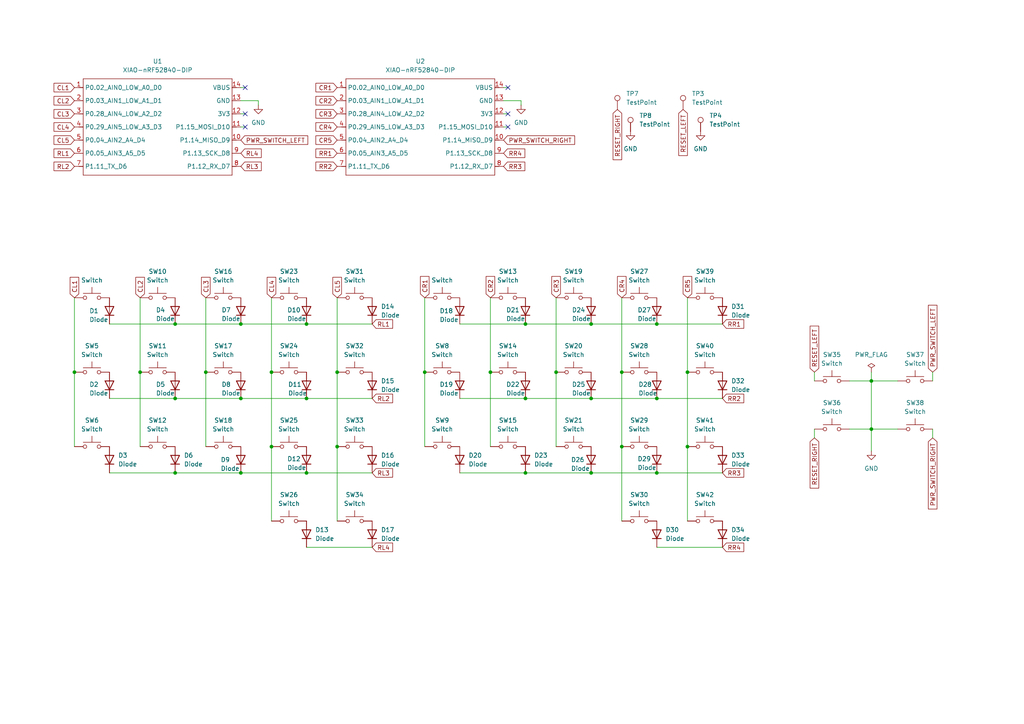
<source format=kicad_sch>
(kicad_sch (version 20250114) (generator "eeschema") (generator_version "9.0")
  (paper "A4")
  (lib_symbols
    (symbol "Connector:TestPoint" (pin_numbers (hide yes)) (pin_names (offset 0.762) (hide yes))
      (property "Reference" "TP" (at 0 6.858 0))
      (property "Value" "TestPoint" (at 0 5.08 0))
      (symbol "TestPoint_0_1"
        (circle (center 0 3.302) (radius 0.762))
      )
      (symbol "TestPoint_1_1"
        (pin passive line (at 0 0 90) (length 2.54) (name "1") (number "1"))
      )
    )
    (symbol "ScottoKeebs:Placeholder_Diode" (pin_numbers (hide yes)) (pin_names (hide yes))
      (property "Reference" "D" (at 0 2.54 0))
      (property "Value" "Diode" (at 0 -2.54 0))
      (symbol "Placeholder_Diode_0_1"
        (polyline (pts (xy -1.27 1.27) (xy -1.27 -1.27)) (stroke (width 0.254)))
        (polyline (pts (xy 1.27 1.27) (xy 1.27 -1.27) (xy -1.27 0) (xy 1.27 1.27)) (stroke (width 0.254)))
        (polyline (pts (xy 1.27 0) (xy -1.27 0)))
      )
      (symbol "Placeholder_Diode_1_1"
        (pin passive line (at -3.81 0 0) (length 2.54) (name "K") (number "1"))
        (pin passive line (at 3.81 0 180) (length 2.54) (name "A") (number "2"))
      )
    )
    (symbol "ScottoKeebs:Placeholder_Switch" (pin_numbers (hide yes)) (pin_names (offset 1.016) (hide yes))
      (property "Reference" "SW" (at 1.27 2.54 0))
      (property "Value" "Switch" (at 0 -1.524 0))
      (symbol "Placeholder_Switch_0_1"
        (circle (center -2.032 0) (radius 0.508))
        (polyline (pts (xy 0 1.27) (xy 0 3.048)))
        (circle (center 2.032 0) (radius 0.508))
        (polyline (pts (xy 2.54 1.27) (xy -2.54 1.27)))
        (pin passive line (at -5.08 0 0) (length 2.54) (name "1") (number "1"))
        (pin passive line (at 5.08 0 180) (length 2.54) (name "2") (number "2"))
      )
    )
    (symbol "Seeed Studio XIAO:XIAO-nRF52840-DIP"
      (property "Reference" "U" (at -3.048 1.778 0))
      (property "Value" "XIAO-nRF52840-DIP" (at 3.048 -0.254 0))
      (symbol "XIAO-nRF52840-DIP_1_0"
        (polyline (pts (xy -3.81 -1.27) (xy 39.37 -1.27)) (stroke (width 0.1524)))
        (polyline (pts (xy -3.81 -3.81) (xy -5.08 -3.81)) (stroke (width 0.1524)))
        (polyline (pts (xy -3.81 -3.81) (xy -3.81 -1.27)) (stroke (width 0.1524)))
        (polyline (pts (xy -3.81 -7.62) (xy -5.08 -7.62)) (stroke (width 0.1524)))
        (polyline (pts (xy -3.81 -7.62) (xy -3.81 -3.81)) (stroke (width 0.1524)))
        (polyline (pts (xy -3.81 -11.43) (xy -5.08 -11.43)) (stroke (width 0.1524)))
        (polyline (pts (xy -3.81 -11.43) (xy -3.81 -7.62)) (stroke (width 0.1524)))
        (polyline (pts (xy -3.81 -15.24) (xy -5.08 -15.24)) (stroke (width 0.1524)))
        (polyline (pts (xy -3.81 -15.24) (xy -3.81 -11.43)) (stroke (width 0.1524)))
        (polyline (pts (xy -3.81 -19.05) (xy -5.08 -19.05)) (stroke (width 0.1524)))
        (polyline (pts (xy -3.81 -22.86) (xy -5.08 -22.86)) (stroke (width 0.1524)))
        (polyline (pts (xy -3.81 -26.67) (xy -5.08 -26.67)) (stroke (width 0.1524)))
        (polyline (pts (xy -3.81 -29.21) (xy -3.81 -15.24)) (stroke (width 0.1524)))
        (polyline (pts (xy 39.37 -1.27) (xy 39.37 -3.81)) (stroke (width 0.1524)))
        (polyline (pts (xy 39.37 -3.81) (xy 39.37 -7.62)) (stroke (width 0.1524)))
        (polyline (pts (xy 39.37 -7.62) (xy 39.37 -11.43)) (stroke (width 0.1524)))
        (polyline (pts (xy 39.37 -11.43) (xy 39.37 -29.21)) (stroke (width 0.1524)))
        (polyline (pts (xy 39.37 -29.21) (xy -3.81 -29.21)) (stroke (width 0.1524)))
        (polyline (pts (xy 40.64 -3.81) (xy 39.37 -3.81)) (stroke (width 0.1524)))
        (polyline (pts (xy 40.64 -7.62) (xy 39.37 -7.62)) (stroke (width 0.1524)))
        (polyline (pts (xy 40.64 -11.43) (xy 39.37 -11.43)) (stroke (width 0.1524)))
        (polyline (pts (xy 40.64 -15.24) (xy 39.37 -15.24)) (stroke (width 0.1524)))
        (polyline (pts (xy 40.64 -19.05) (xy 39.37 -19.05)) (stroke (width 0.1524)))
        (polyline (pts (xy 40.64 -22.86) (xy 39.37 -22.86)) (stroke (width 0.1524)))
        (polyline (pts (xy 40.64 -26.67) (xy 39.37 -26.67)) (stroke (width 0.1524)))
        (pin passive line (at -6.35 -3.81 0) (length 2.54) (name "P0.02_AIN0_LOW_A0_D0") (number "1"))
        (pin passive line (at -6.35 -7.62 0) (length 2.54) (name "P0.03_AIN1_LOW_A1_D1") (number "2"))
        (pin passive line (at -6.35 -11.43 0) (length 2.54) (name "P0.28_AIN4_LOW_A2_D2") (number "3"))
        (pin passive line (at -6.35 -15.24 0) (length 2.54) (name "P0.29_AIN5_LOW_A3_D3") (number "4"))
        (pin passive line (at -6.35 -19.05 0) (length 2.54) (name "P0.04_AIN2_A4_D4") (number "5"))
        (pin passive line (at -6.35 -22.86 0) (length 2.54) (name "P0.05_AIN3_A5_D5") (number "6"))
        (pin passive line (at -6.35 -26.67 0) (length 2.54) (name "P1.11_TX_D6") (number "7"))
        (pin passive line (at 41.91 -3.81 180) (length 2.54) (name "VBUS") (number "14"))
        (pin passive line (at 41.91 -7.62 180) (length 2.54) (name "GND") (number "13"))
        (pin passive line (at 41.91 -11.43 180) (length 2.54) (name "3V3") (number "12"))
        (pin passive line (at 41.91 -15.24 180) (length 2.54) (name "P1.15_MOSI_D10") (number "11"))
        (pin passive line (at 41.91 -19.05 180) (length 2.54) (name "P1.14_MISO_D9") (number "10"))
        (pin passive line (at 41.91 -22.86 180) (length 2.54) (name "P1.13_SCK_D8") (number "9"))
        (pin passive line (at 41.91 -26.67 180) (length 2.54) (name "P1.12_RX_D7") (number "8"))
      )
    )
    (symbol "power:GND" (power) (pin_numbers (hide yes)) (pin_names (offset 0) (hide yes))
      (property "Value" "GND" (at 0 -3.81 0))
      (symbol "GND_0_1"
        (polyline (pts (xy 0 0) (xy 0 -1.27) (xy 1.27 -1.27) (xy 0 -2.54) (xy -1.27 -1.27) (xy 0 -1.27)))
      )
      (symbol "GND_1_1"
        (pin power_in line (at 0 0 270) (length 0) (name "~") (number "1"))
      )
    )
    (symbol "power:PWR_FLAG" (power) (pin_numbers (hide yes)) (pin_names (offset 0) (hide yes))
      (property "Value" "PWR_FLAG" (at 0 3.81 0))
      (symbol "PWR_FLAG_0_0"
        (pin power_out line (at 0 0 90) (length 0) (name "~") (number "1"))
      )
      (symbol "PWR_FLAG_0_1"
        (polyline (pts (xy 0 0) (xy 0 1.27) (xy -1.016 1.905) (xy 0 2.54) (xy 1.016 1.905) (xy 0 1.27)))
      )
    )
  )
  (junction (at 180.34 129.54))
  (junction (at 69.85 115.57))
  (junction (at 50.8 115.57))
  (junction (at 152.4 137.16))
  (junction (at 171.45 115.57))
  (junction (at 50.8 137.16))
  (junction (at 123.19 107.95))
  (junction (at 252.73 124.46))
  (junction (at 190.5 137.16))
  (junction (at 88.9 115.57))
  (junction (at 97.79 107.95))
  (junction (at 161.29 107.95))
  (junction (at 50.8 93.98))
  (junction (at 142.24 107.95))
  (junction (at 88.9 137.16))
  (junction (at 199.39 107.95))
  (junction (at 152.4 115.57))
  (junction (at 252.73 110.49))
  (junction (at 199.39 129.54))
  (junction (at 78.74 129.54))
  (junction (at 78.74 107.95))
  (junction (at 88.9 93.98))
  (junction (at 21.59 107.95))
  (junction (at 171.45 137.16))
  (junction (at 97.79 129.54))
  (junction (at 180.34 107.95))
  (junction (at 69.85 137.16))
  (junction (at 69.85 93.98))
  (junction (at 40.64 107.95))
  (junction (at 59.69 107.95))
  (junction (at 190.5 115.57))
  (junction (at 171.45 93.98))
  (junction (at 190.5 93.98))
  (junction (at 152.4 93.98))
  (no_connect (at 71.12 33.02))
  (no_connect (at 147.32 36.83))
  (no_connect (at 147.32 33.02))
  (no_connect (at 71.12 25.4))
  (no_connect (at 71.12 36.83))
  (no_connect (at 147.32 25.4))
  (wire (pts (xy 97.79 86.36) (xy 97.79 107.95)))
  (wire (pts (xy 171.45 137.16) (xy 190.5 137.16)))
  (wire (pts (xy 50.8 137.16) (xy 69.85 137.16)))
  (wire (pts (xy 78.74 86.36) (xy 78.74 107.95)))
  (wire (pts (xy 21.59 107.95) (xy 21.59 129.54)))
  (wire (pts (xy 252.73 107.95) (xy 252.73 110.49)))
  (wire (pts (xy 246.38 124.46) (xy 252.73 124.46)))
  (wire (pts (xy 199.39 107.95) (xy 199.39 129.54)))
  (wire (pts (xy 146.05 36.83) (xy 147.32 36.83)))
  (wire (pts (xy 123.19 107.95) (xy 123.19 129.54)))
  (wire (pts (xy 78.74 107.95) (xy 78.74 129.54)))
  (wire (pts (xy 199.39 129.54) (xy 199.39 151.13)))
  (wire (pts (xy 146.05 33.02) (xy 147.32 33.02)))
  (wire (pts (xy 252.73 110.49) (xy 252.73 124.46)))
  (wire (pts (xy 59.69 86.36) (xy 59.69 107.95)))
  (wire (pts (xy 190.5 93.98) (xy 209.55 93.98)))
  (wire (pts (xy 152.4 93.98) (xy 171.45 93.98)))
  (wire (pts (xy 180.34 86.36) (xy 180.34 107.95)))
  (wire (pts (xy 260.35 124.46) (xy 252.73 124.46)))
  (wire (pts (xy 270.51 107.95) (xy 270.51 110.49)))
  (wire (pts (xy 133.35 93.98) (xy 152.4 93.98)))
  (wire (pts (xy 59.69 107.95) (xy 59.69 129.54)))
  (wire (pts (xy 40.64 107.95) (xy 40.64 129.54)))
  (wire (pts (xy 151.13 29.21) (xy 151.13 30.48)))
  (wire (pts (xy 88.9 158.75) (xy 107.95 158.75)))
  (wire (pts (xy 69.85 93.98) (xy 88.9 93.98)))
  (wire (pts (xy 152.4 115.57) (xy 171.45 115.57)))
  (wire (pts (xy 161.29 107.95) (xy 161.29 129.54)))
  (wire (pts (xy 161.29 86.36) (xy 161.29 107.95)))
  (wire (pts (xy 171.45 115.57) (xy 190.5 115.57)))
  (wire (pts (xy 69.85 137.16) (xy 88.9 137.16)))
  (wire (pts (xy 180.34 129.54) (xy 180.34 151.13)))
  (wire (pts (xy 236.22 107.95) (xy 236.22 110.49)))
  (wire (pts (xy 40.64 86.36) (xy 40.64 107.95)))
  (wire (pts (xy 146.05 25.4) (xy 147.32 25.4)))
  (wire (pts (xy 31.75 93.98) (xy 50.8 93.98)))
  (wire (pts (xy 78.74 129.54) (xy 78.74 151.13)))
  (wire (pts (xy 142.24 86.36) (xy 142.24 107.95)))
  (wire (pts (xy 31.75 115.57) (xy 50.8 115.57)))
  (wire (pts (xy 31.75 137.16) (xy 50.8 137.16)))
  (wire (pts (xy 88.9 93.98) (xy 107.95 93.98)))
  (wire (pts (xy 142.24 107.95) (xy 142.24 129.54)))
  (wire (pts (xy 180.34 107.95) (xy 180.34 129.54)))
  (wire (pts (xy 74.93 29.21) (xy 74.93 30.48)))
  (wire (pts (xy 151.13 29.21) (xy 146.05 29.21)))
  (wire (pts (xy 236.22 127) (xy 236.22 124.46)))
  (wire (pts (xy 199.39 86.36) (xy 199.39 107.95)))
  (wire (pts (xy 21.59 86.36) (xy 21.59 107.95)))
  (wire (pts (xy 74.93 29.21) (xy 69.85 29.21)))
  (wire (pts (xy 252.73 124.46) (xy 252.73 130.81)))
  (wire (pts (xy 97.79 107.95) (xy 97.79 129.54)))
  (wire (pts (xy 69.85 33.02) (xy 71.12 33.02)))
  (wire (pts (xy 69.85 115.57) (xy 88.9 115.57)))
  (wire (pts (xy 133.35 115.57) (xy 152.4 115.57)))
  (wire (pts (xy 88.9 137.16) (xy 107.95 137.16)))
  (wire (pts (xy 97.79 129.54) (xy 97.79 151.13)))
  (wire (pts (xy 133.35 137.16) (xy 152.4 137.16)))
  (wire (pts (xy 69.85 25.4) (xy 71.12 25.4)))
  (wire (pts (xy 171.45 93.98) (xy 190.5 93.98)))
  (wire (pts (xy 88.9 115.57) (xy 107.95 115.57)))
  (wire (pts (xy 246.38 110.49) (xy 252.73 110.49)))
  (wire (pts (xy 260.35 110.49) (xy 252.73 110.49)))
  (wire (pts (xy 190.5 137.16) (xy 209.55 137.16)))
  (wire (pts (xy 152.4 137.16) (xy 171.45 137.16)))
  (wire (pts (xy 190.5 158.75) (xy 209.55 158.75)))
  (wire (pts (xy 190.5 115.57) (xy 209.55 115.57)))
  (wire (pts (xy 270.51 127) (xy 270.51 124.46)))
  (wire (pts (xy 123.19 86.36) (xy 123.19 107.95)))
  (wire (pts (xy 50.8 93.98) (xy 69.85 93.98)))
  (wire (pts (xy 69.85 36.83) (xy 71.12 36.83)))
  (wire (pts (xy 50.8 115.57) (xy 69.85 115.57)))
  (global_label "RESET_RIGHT" (shape input) (at 179.07 31.75 270) (property "Intersheetrefs" "${INTERSHEET_REFS}" (effects (hide yes))))
  (global_label "CR5" (shape input) (at 97.79 40.64 180) (property "Intersheetrefs" "${INTERSHEET_REFS}" (effects (hide yes))))
  (global_label "PWR_SWITCH_RIGHT" (shape input) (at 146.05 40.64 0) (property "Intersheetrefs" "${INTERSHEET_REFS}" (effects (hide yes))))
  (global_label "CL2" (shape input) (at 21.59 29.21 180) (property "Intersheetrefs" "${INTERSHEET_REFS}" (effects (hide yes))))
  (global_label "CL1" (shape input) (at 21.59 25.4 180) (property "Intersheetrefs" "${INTERSHEET_REFS}" (effects (hide yes))))
  (global_label "RL4" (shape input) (at 69.85 44.45 0) (property "Intersheetrefs" "${INTERSHEET_REFS}" (effects (hide yes))))
  (global_label "CL5" (shape input) (at 21.59 40.64 180) (property "Intersheetrefs" "${INTERSHEET_REFS}" (effects (hide yes))))
  (global_label "CL5" (shape input) (at 97.79 86.36 90) (property "Intersheetrefs" "${INTERSHEET_REFS}" (effects (hide yes))))
  (global_label "RESET_LEFT" (shape input) (at 236.22 107.95 90) (property "Intersheetrefs" "${INTERSHEET_REFS}" (effects (hide yes))))
  (global_label "CR3" (shape input) (at 97.79 33.02 180) (property "Intersheetrefs" "${INTERSHEET_REFS}" (effects (hide yes))))
  (global_label "CR3" (shape input) (at 161.29 86.36 90) (property "Intersheetrefs" "${INTERSHEET_REFS}" (effects (hide yes))))
  (global_label "CR2" (shape input) (at 142.24 86.36 90) (property "Intersheetrefs" "${INTERSHEET_REFS}" (effects (hide yes))))
  (global_label "CL3" (shape input) (at 59.69 86.36 90) (property "Intersheetrefs" "${INTERSHEET_REFS}" (effects (hide yes))))
  (global_label "RESET_RIGHT" (shape input) (at 236.22 127 270) (property "Intersheetrefs" "${INTERSHEET_REFS}" (effects (hide yes))))
  (global_label "RR1" (shape input) (at 97.79 44.45 180) (property "Intersheetrefs" "${INTERSHEET_REFS}" (effects (hide yes))))
  (global_label "RR2" (shape input) (at 97.79 48.26 180) (property "Intersheetrefs" "${INTERSHEET_REFS}" (effects (hide yes))))
  (global_label "RR1" (shape input) (at 209.55 93.98 0) (property "Intersheetrefs" "${INTERSHEET_REFS}" (effects (hide yes))))
  (global_label "RR2" (shape input) (at 209.55 115.57 0) (property "Intersheetrefs" "${INTERSHEET_REFS}" (effects (hide yes))))
  (global_label "RL4" (shape input) (at 107.95 158.75 0) (property "Intersheetrefs" "${INTERSHEET_REFS}" (effects (hide yes))))
  (global_label "CL1" (shape input) (at 21.59 86.36 90) (property "Intersheetrefs" "${INTERSHEET_REFS}" (effects (hide yes))))
  (global_label "PWR_SWITCH_LEFT" (shape input) (at 69.85 40.64 0) (property "Intersheetrefs" "${INTERSHEET_REFS}" (effects (hide yes))))
  (global_label "CR1" (shape input) (at 97.79 25.4 180) (property "Intersheetrefs" "${INTERSHEET_REFS}" (effects (hide yes))))
  (global_label "RR3" (shape input) (at 146.05 48.26 0) (property "Intersheetrefs" "${INTERSHEET_REFS}" (effects (hide yes))))
  (global_label "CL4" (shape input) (at 21.59 36.83 180) (property "Intersheetrefs" "${INTERSHEET_REFS}" (effects (hide yes))))
  (global_label "CR5" (shape input) (at 199.39 86.36 90) (property "Intersheetrefs" "${INTERSHEET_REFS}" (effects (hide yes))))
  (global_label "PWR_SWITCH_RIGHT" (shape input) (at 270.51 127 270) (property "Intersheetrefs" "${INTERSHEET_REFS}" (effects (hide yes))))
  (global_label "RL1" (shape input) (at 107.95 93.98 0) (property "Intersheetrefs" "${INTERSHEET_REFS}" (effects (hide yes))))
  (global_label "RL2" (shape input) (at 107.95 115.57 0) (property "Intersheetrefs" "${INTERSHEET_REFS}" (effects (hide yes))))
  (global_label "RL1" (shape input) (at 21.59 44.45 180) (property "Intersheetrefs" "${INTERSHEET_REFS}" (effects (hide yes))))
  (global_label "RESET_LEFT" (shape input) (at 198.12 31.75 270) (property "Intersheetrefs" "${INTERSHEET_REFS}" (effects (hide yes))))
  (global_label "CL3" (shape input) (at 21.59 33.02 180) (property "Intersheetrefs" "${INTERSHEET_REFS}" (effects (hide yes))))
  (global_label "RR3" (shape input) (at 209.55 137.16 0) (property "Intersheetrefs" "${INTERSHEET_REFS}" (effects (hide yes))))
  (global_label "CR4" (shape input) (at 180.34 86.36 90) (property "Intersheetrefs" "${INTERSHEET_REFS}" (effects (hide yes))))
  (global_label "CR1" (shape input) (at 123.19 86.36 90) (property "Intersheetrefs" "${INTERSHEET_REFS}" (effects (hide yes))))
  (global_label "CL2" (shape input) (at 40.64 86.36 90) (property "Intersheetrefs" "${INTERSHEET_REFS}" (effects (hide yes))))
  (global_label "RL2" (shape input) (at 21.59 48.26 180) (property "Intersheetrefs" "${INTERSHEET_REFS}" (effects (hide yes))))
  (global_label "CL4" (shape input) (at 78.74 86.36 90) (property "Intersheetrefs" "${INTERSHEET_REFS}" (effects (hide yes))))
  (global_label "CR4" (shape input) (at 97.79 36.83 180) (property "Intersheetrefs" "${INTERSHEET_REFS}" (effects (hide yes))))
  (global_label "RR4" (shape input) (at 209.55 158.75 0) (property "Intersheetrefs" "${INTERSHEET_REFS}" (effects (hide yes))))
  (global_label "RL3" (shape input) (at 107.95 137.16 0) (property "Intersheetrefs" "${INTERSHEET_REFS}" (effects (hide yes))))
  (global_label "RR4" (shape input) (at 146.05 44.45 0) (property "Intersheetrefs" "${INTERSHEET_REFS}" (effects (hide yes))))
  (global_label "PWR_SWITCH_LEFT" (shape input) (at 270.51 107.95 90) (property "Intersheetrefs" "${INTERSHEET_REFS}" (effects (hide yes))))
  (global_label "RL3" (shape input) (at 69.85 48.26 0) (property "Intersheetrefs" "${INTERSHEET_REFS}" (effects (hide yes))))
  (global_label "CR2" (shape input) (at 97.79 29.21 180) (property "Intersheetrefs" "${INTERSHEET_REFS}" (effects (hide yes))))
  (symbol (lib_id "ScottoKeebs:Placeholder_Diode") (at 152.4 111.76 90) (unit 1)
    (property "Reference" "D22" (at 146.812 111.506 90) (effects (justify right)))
    (property "Value" "Diode" (at 146.812 114.046 90) (effects (justify right)))
    (property "Footprint" "ScottoKeebs_Components:Diode_DO-35" (effects (hide yes)))
    (property "Description" "1N4148 (DO-35) or 1N4148W (SOD-123)" (effects (hide yes)))
    (property "Sim.Device" "D" (effects (hide yes)))
    (property "Sim.Pins" "1=K 2=A" (effects (hide yes)))
  )
  (symbol (lib_id "ScottoKeebs:Placeholder_Switch") (at 83.82 151.13 0) (unit 1)
    (property "Reference" "SW26" (at 83.82 143.51 0))
    (property "Value" "Switch" (at 83.82 146.05 0))
    (property "Footprint" "ScottoKeebs_Choc:Choc_V1_1.00u" (effects (hide yes)))
    (property "Description" "Push button switch, generic, two pins" (effects (hide yes)))
  )
  (symbol (lib_id "ScottoKeebs:Placeholder_Switch") (at 26.67 86.36 0) (unit 1)
    (property "Reference" "SW4" (effects (hide yes)))
    (property "Value" "Switch" (at 26.67 81.28 0))
    (property "Footprint" "ScottoKeebs_Choc:Choc_V1_1.00u" (effects (hide yes)))
    (property "Description" "Push button switch, generic, two pins" (effects (hide yes)))
  )
  (symbol (lib_id "ScottoKeebs:Placeholder_Diode") (at 88.9 154.94 90) (unit 1)
    (property "Reference" "D13" (at 91.44 153.6699 90) (effects (justify right)))
    (property "Value" "Diode" (at 91.44 156.2099 90) (effects (justify right)))
    (property "Footprint" "ScottoKeebs_Components:Diode_DO-35" (effects (hide yes)))
    (property "Description" "1N4148 (DO-35) or 1N4148W (SOD-123)" (effects (hide yes)))
    (property "Sim.Device" "D" (effects (hide yes)))
    (property "Sim.Pins" "1=K 2=A" (effects (hide yes)))
  )
  (symbol (lib_id "Connector:TestPoint") (at 198.12 31.75 0) (unit 1)
    (property "Reference" "TP3" (at 200.66 27.1779 0) (effects (justify left)))
    (property "Value" "TestPoint" (at 200.66 29.7179 0) (effects (justify left)))
    (property "Footprint" "TestPoint:TestPoint_Bridge_Pitch2.0mm_Drill0.7mm" (effects (hide yes)))
    (property "Description" "test point" (effects (hide yes)))
  )
  (symbol (lib_id "ScottoKeebs:Placeholder_Diode") (at 31.75 111.76 90) (unit 1)
    (property "Reference" "D2" (at 25.908 111.506 90) (effects (justify right)))
    (property "Value" "Diode" (at 25.908 114.046 90) (effects (justify right)))
    (property "Footprint" "ScottoKeebs_Components:Diode_DO-35" (effects (hide yes)))
    (property "Description" "1N4148 (DO-35) or 1N4148W (SOD-123)" (effects (hide yes)))
    (property "Sim.Device" "D" (effects (hide yes)))
    (property "Sim.Pins" "1=K 2=A" (effects (hide yes)))
  )
  (symbol (lib_id "ScottoKeebs:Placeholder_Switch") (at 166.37 86.36 0) (unit 1)
    (property "Reference" "SW19" (at 166.37 78.74 0))
    (property "Value" "Switch" (at 166.37 81.28 0))
    (property "Footprint" "ScottoKeebs_Choc:Choc_V1_1.00u" (effects (hide yes)))
    (property "Description" "Push button switch, generic, two pins" (effects (hide yes)))
  )
  (symbol (lib_id "power:GND") (at 252.73 130.81 0) (unit 1)
    (property "Reference" "#PWR03" (effects (hide yes)))
    (property "Value" "GND" (at 252.73 135.89 0))
    (property "Description" "Power symbol creates a global label with name \"GND\" , ground" (effects (hide yes)))
  )
  (symbol (lib_id "power:GND") (at 182.88 38.1 0) (unit 1)
    (property "Reference" "#PWR05" (effects (hide yes)))
    (property "Value" "GND" (at 182.88 43.18 0))
    (property "Description" "Power symbol creates a global label with name \"GND\" , ground" (effects (hide yes)))
  )
  (symbol (lib_id "ScottoKeebs:Placeholder_Switch") (at 241.3 124.46 0) (unit 1)
    (property "Reference" "SW36" (at 241.3 116.84 0))
    (property "Value" "Switch" (at 241.3 119.38 0))
    (property "Footprint" "Switch:SW_SPST_EVQP7A_ HandSoldering" (effects (hide yes)))
    (property "Description" "Push button switch, generic, two pins" (effects (hide yes)))
  )
  (symbol (lib_id "ScottoKeebs:Placeholder_Switch") (at 102.87 107.95 0) (unit 1)
    (property "Reference" "SW32" (at 102.87 100.33 0))
    (property "Value" "Switch" (at 102.87 102.87 0))
    (property "Footprint" "ScottoKeebs_Choc:Choc_V1_1.00u" (effects (hide yes)))
    (property "Description" "Push button switch, generic, two pins" (effects (hide yes)))
  )
  (symbol (lib_id "ScottoKeebs:Placeholder_Diode") (at 133.35 90.17 90) (unit 1)
    (property "Reference" "D18" (at 127.508 90.17 90) (effects (justify right)))
    (property "Value" "Diode" (at 127.508 92.71 90) (effects (justify right)))
    (property "Footprint" "ScottoKeebs_Components:Diode_DO-35" (effects (hide yes)))
    (property "Description" "1N4148 (DO-35) or 1N4148W (SOD-123)" (effects (hide yes)))
    (property "Sim.Device" "D" (effects (hide yes)))
    (property "Sim.Pins" "1=K 2=A" (effects (hide yes)))
  )
  (symbol (lib_id "ScottoKeebs:Placeholder_Diode") (at 107.95 133.35 90) (unit 1)
    (property "Reference" "D16" (at 110.49 132.0799 90) (effects (justify right)))
    (property "Value" "Diode" (at 110.49 134.6199 90) (effects (justify right)))
    (property "Footprint" "ScottoKeebs_Components:Diode_DO-35" (effects (hide yes)))
    (property "Description" "1N4148 (DO-35) or 1N4148W (SOD-123)" (effects (hide yes)))
    (property "Sim.Device" "D" (effects (hide yes)))
    (property "Sim.Pins" "1=K 2=A" (effects (hide yes)))
  )
  (symbol (lib_id "ScottoKeebs:Placeholder_Diode") (at 107.95 154.94 90) (unit 1)
    (property "Reference" "D17" (at 110.49 153.6699 90) (effects (justify right)))
    (property "Value" "Diode" (at 110.49 156.2099 90) (effects (justify right)))
    (property "Footprint" "ScottoKeebs_Components:Diode_DO-35" (effects (hide yes)))
    (property "Description" "1N4148 (DO-35) or 1N4148W (SOD-123)" (effects (hide yes)))
    (property "Sim.Device" "D" (effects (hide yes)))
    (property "Sim.Pins" "1=K 2=A" (effects (hide yes)))
  )
  (symbol (lib_id "ScottoKeebs:Placeholder_Diode") (at 50.8 111.76 90) (unit 1)
    (property "Reference" "D5" (at 45.212 111.506 90) (effects (justify right)))
    (property "Value" "Diode" (at 45.212 114.046 90) (effects (justify right)))
    (property "Footprint" "ScottoKeebs_Components:Diode_DO-35" (effects (hide yes)))
    (property "Description" "1N4148 (DO-35) or 1N4148W (SOD-123)" (effects (hide yes)))
    (property "Sim.Device" "D" (effects (hide yes)))
    (property "Sim.Pins" "1=K 2=A" (effects (hide yes)))
  )
  (symbol (lib_id "ScottoKeebs:Placeholder_Diode") (at 190.5 90.17 90) (unit 1)
    (property "Reference" "D27" (at 184.912 89.916 90) (effects (justify right)))
    (property "Value" "Diode" (at 184.912 92.456 90) (effects (justify right)))
    (property "Footprint" "ScottoKeebs_Components:Diode_DO-35" (effects (hide yes)))
    (property "Description" "1N4148 (DO-35) or 1N4148W (SOD-123)" (effects (hide yes)))
    (property "Sim.Device" "D" (effects (hide yes)))
    (property "Sim.Pins" "1=K 2=A" (effects (hide yes)))
  )
  (symbol (lib_id "ScottoKeebs:Placeholder_Switch") (at 265.43 124.46 0) (unit 1)
    (property "Reference" "SW38" (at 265.43 116.84 0))
    (property "Value" "Switch" (at 265.43 119.38 0))
    (property "Footprint" "Switch:SW_SPST_EVQP7A_ HandSoldering" (effects (hide yes)))
    (property "Description" "Push button switch, generic, two pins" (effects (hide yes)))
  )
  (symbol (lib_id "ScottoKeebs:Placeholder_Switch") (at 83.82 86.36 0) (unit 1)
    (property "Reference" "SW23" (at 83.82 78.74 0))
    (property "Value" "Switch" (at 83.82 81.28 0))
    (property "Footprint" "ScottoKeebs_Choc:Choc_V1_1.00u" (effects (hide yes)))
    (property "Description" "Push button switch, generic, two pins" (effects (hide yes)))
  )
  (symbol (lib_id "ScottoKeebs:Placeholder_Diode") (at 88.9 133.35 90) (unit 1)
    (property "Reference" "D12" (at 83.312 133.096 90) (effects (justify right)))
    (property "Value" "Diode" (at 83.312 135.636 90) (effects (justify right)))
    (property "Footprint" "ScottoKeebs_Components:Diode_DO-35" (effects (hide yes)))
    (property "Description" "1N4148 (DO-35) or 1N4148W (SOD-123)" (effects (hide yes)))
    (property "Sim.Device" "D" (effects (hide yes)))
    (property "Sim.Pins" "1=K 2=A" (effects (hide yes)))
  )
  (symbol (lib_id "ScottoKeebs:Placeholder_Switch") (at 128.27 129.54 0) (unit 1)
    (property "Reference" "SW9" (at 128.27 121.92 0))
    (property "Value" "Switch" (at 128.27 124.46 0))
    (property "Footprint" "ScottoKeebs_Choc:Choc_V1_1.00u" (effects (hide yes)))
    (property "Description" "Push button switch, generic, two pins" (effects (hide yes)))
  )
  (symbol (lib_id "ScottoKeebs:Placeholder_Switch") (at 64.77 86.36 0) (unit 1)
    (property "Reference" "SW16" (at 64.77 78.74 0))
    (property "Value" "Switch" (at 64.77 81.28 0))
    (property "Footprint" "ScottoKeebs_Choc:Choc_V1_1.00u" (effects (hide yes)))
    (property "Description" "Push button switch, generic, two pins" (effects (hide yes)))
  )
  (symbol (lib_id "ScottoKeebs:Placeholder_Switch") (at 83.82 107.95 0) (unit 1)
    (property "Reference" "SW24" (at 83.82 100.33 0))
    (property "Value" "Switch" (at 83.82 102.87 0))
    (property "Footprint" "ScottoKeebs_Choc:Choc_V1_1.00u" (effects (hide yes)))
    (property "Description" "Push button switch, generic, two pins" (effects (hide yes)))
  )
  (symbol (lib_id "ScottoKeebs:Placeholder_Switch") (at 102.87 129.54 0) (unit 1)
    (property "Reference" "SW33" (at 102.87 121.92 0))
    (property "Value" "Switch" (at 102.87 124.46 0))
    (property "Footprint" "ScottoKeebs_Choc:Choc_V1_1.00u" (effects (hide yes)))
    (property "Description" "Push button switch, generic, two pins" (effects (hide yes)))
  )
  (symbol (lib_id "ScottoKeebs:Placeholder_Switch") (at 265.43 110.49 0) (unit 1)
    (property "Reference" "SW37" (at 265.43 102.87 0))
    (property "Value" "Switch" (at 265.43 105.41 0))
    (property "Footprint" "Switch:SW_SPST_EVQP7A_ HandSoldering" (effects (hide yes)))
    (property "Description" "Push button switch, generic, two pins" (effects (hide yes)))
  )
  (symbol (lib_id "ScottoKeebs:Placeholder_Diode") (at 209.55 133.35 90) (unit 1)
    (property "Reference" "D33" (at 212.09 132.0799 90) (effects (justify right)))
    (property "Value" "Diode" (at 212.09 134.6199 90) (effects (justify right)))
    (property "Footprint" "ScottoKeebs_Components:Diode_DO-35" (effects (hide yes)))
    (property "Description" "1N4148 (DO-35) or 1N4148W (SOD-123)" (effects (hide yes)))
    (property "Sim.Device" "D" (effects (hide yes)))
    (property "Sim.Pins" "1=K 2=A" (effects (hide yes)))
  )
  (symbol (lib_id "ScottoKeebs:Placeholder_Switch") (at 147.32 129.54 0) (unit 1)
    (property "Reference" "SW15" (at 147.32 121.92 0))
    (property "Value" "Switch" (at 147.32 124.46 0))
    (property "Footprint" "ScottoKeebs_Choc:Choc_V1_1.00u" (effects (hide yes)))
    (property "Description" "Push button switch, generic, two pins" (effects (hide yes)))
  )
  (symbol (lib_id "ScottoKeebs:Placeholder_Diode") (at 171.45 111.76 90) (unit 1)
    (property "Reference" "D25" (at 165.862 111.506 90) (effects (justify right)))
    (property "Value" "Diode" (at 165.862 114.046 90) (effects (justify right)))
    (property "Footprint" "ScottoKeebs_Components:Diode_DO-35" (effects (hide yes)))
    (property "Description" "1N4148 (DO-35) or 1N4148W (SOD-123)" (effects (hide yes)))
    (property "Sim.Device" "D" (effects (hide yes)))
    (property "Sim.Pins" "1=K 2=A" (effects (hide yes)))
  )
  (symbol (lib_id "ScottoKeebs:Placeholder_Switch") (at 128.27 107.95 0) (unit 1)
    (property "Reference" "SW8" (at 128.27 100.33 0))
    (property "Value" "Switch" (at 128.27 102.87 0))
    (property "Footprint" "ScottoKeebs_Choc:Choc_V1_1.00u" (effects (hide yes)))
    (property "Description" "Push button switch, generic, two pins" (effects (hide yes)))
  )
  (symbol (lib_id "Seeed Studio XIAO:XIAO-nRF52840-DIP") (at 27.94 21.59 0) (unit 1)
    (property "Reference" "U1" (at 45.72 17.78 0))
    (property "Value" "XIAO-nRF52840-DIP" (at 45.72 20.32 0))
    (property "Footprint" "Seeed Studio XIAO:XIAO-nRF52840-BG" (effects (hide yes)))
  )
  (symbol (lib_id "ScottoKeebs:Placeholder_Switch") (at 64.77 129.54 0) (unit 1)
    (property "Reference" "SW18" (at 64.77 121.92 0))
    (property "Value" "Switch" (at 64.77 124.46 0))
    (property "Footprint" "ScottoKeebs_Choc:Choc_V1_1.00u" (effects (hide yes)))
    (property "Description" "Push button switch, generic, two pins" (effects (hide yes)))
  )
  (symbol (lib_id "power:GND") (at 151.13 30.48 0) (unit 1)
    (property "Reference" "#PWR04" (effects (hide yes)))
    (property "Value" "GND" (at 151.13 35.56 0))
    (property "Description" "Power symbol creates a global label with name \"GND\" , ground" (effects (hide yes)))
  )
  (symbol (lib_id "ScottoKeebs:Placeholder_Diode") (at 107.95 111.76 90) (unit 1)
    (property "Reference" "D15" (at 110.49 110.4899 90) (effects (justify right)))
    (property "Value" "Diode" (at 110.49 113.0299 90) (effects (justify right)))
    (property "Footprint" "ScottoKeebs_Components:Diode_DO-35" (effects (hide yes)))
    (property "Description" "1N4148 (DO-35) or 1N4148W (SOD-123)" (effects (hide yes)))
    (property "Sim.Device" "D" (effects (hide yes)))
    (property "Sim.Pins" "1=K 2=A" (effects (hide yes)))
  )
  (symbol (lib_id "ScottoKeebs:Placeholder_Switch") (at 204.47 107.95 0) (unit 1)
    (property "Reference" "SW40" (at 204.47 100.33 0))
    (property "Value" "Switch" (at 204.47 102.87 0))
    (property "Footprint" "ScottoKeebs_Choc:Choc_V1_1.00u" (effects (hide yes)))
    (property "Description" "Push button switch, generic, two pins" (effects (hide yes)))
  )
  (symbol (lib_id "ScottoKeebs:Placeholder_Diode") (at 152.4 90.17 90) (unit 1)
    (property "Reference" "D21" (at 146.812 89.916 90) (effects (justify right)))
    (property "Value" "Diode" (at 146.812 92.456 90) (effects (justify right)))
    (property "Footprint" "ScottoKeebs_Components:Diode_DO-35" (effects (hide yes)))
    (property "Description" "1N4148 (DO-35) or 1N4148W (SOD-123)" (effects (hide yes)))
    (property "Sim.Device" "D" (effects (hide yes)))
    (property "Sim.Pins" "1=K 2=A" (effects (hide yes)))
  )
  (symbol (lib_id "ScottoKeebs:Placeholder_Switch") (at 102.87 86.36 0) (unit 1)
    (property "Reference" "SW31" (at 102.87 78.74 0))
    (property "Value" "Switch" (at 102.87 81.28 0))
    (property "Footprint" "ScottoKeebs_Choc:Choc_V1_1.00u" (effects (hide yes)))
    (property "Description" "Push button switch, generic, two pins" (effects (hide yes)))
  )
  (symbol (lib_id "ScottoKeebs:Placeholder_Diode") (at 88.9 90.17 90) (unit 1)
    (property "Reference" "D10" (at 83.312 89.916 90) (effects (justify right)))
    (property "Value" "Diode" (at 83.312 92.456 90) (effects (justify right)))
    (property "Footprint" "ScottoKeebs_Components:Diode_DO-35" (effects (hide yes)))
    (property "Description" "1N4148 (DO-35) or 1N4148W (SOD-123)" (effects (hide yes)))
    (property "Sim.Device" "D" (effects (hide yes)))
    (property "Sim.Pins" "1=K 2=A" (effects (hide yes)))
  )
  (symbol (lib_id "power:PWR_FLAG") (at 252.73 107.95 0) (unit 1)
    (property "Reference" "#FLG01" (effects (hide yes)))
    (property "Value" "PWR_FLAG" (at 252.73 102.87 0))
    (property "Description" "Special symbol for telling ERC where power comes from" (effects (hide yes)))
  )
  (symbol (lib_id "ScottoKeebs:Placeholder_Switch") (at 147.32 86.36 0) (unit 1)
    (property "Reference" "SW13" (at 147.32 78.74 0))
    (property "Value" "Switch" (at 147.32 81.28 0))
    (property "Footprint" "ScottoKeebs_Choc:Choc_V1_1.00u" (effects (hide yes)))
    (property "Description" "Push button switch, generic, two pins" (effects (hide yes)))
  )
  (symbol (lib_id "ScottoKeebs:Placeholder_Diode") (at 190.5 133.35 90) (unit 1)
    (property "Reference" "D29" (at 184.912 133.096 90) (effects (justify right)))
    (property "Value" "Diode" (at 184.912 135.636 90) (effects (justify right)))
    (property "Footprint" "ScottoKeebs_Components:Diode_DO-35" (effects (hide yes)))
    (property "Description" "1N4148 (DO-35) or 1N4148W (SOD-123)" (effects (hide yes)))
    (property "Sim.Device" "D" (effects (hide yes)))
    (property "Sim.Pins" "1=K 2=A" (effects (hide yes)))
  )
  (symbol (lib_id "ScottoKeebs:Placeholder_Diode") (at 31.75 133.35 90) (unit 1)
    (property "Reference" "D3" (at 34.29 132.0799 90) (effects (justify right)))
    (property "Value" "Diode" (at 34.29 134.6199 90) (effects (justify right)))
    (property "Footprint" "ScottoKeebs_Components:Diode_DO-35" (effects (hide yes)))
    (property "Description" "1N4148 (DO-35) or 1N4148W (SOD-123)" (effects (hide yes)))
    (property "Sim.Device" "D" (effects (hide yes)))
    (property "Sim.Pins" "1=K 2=A" (effects (hide yes)))
  )
  (symbol (lib_id "ScottoKeebs:Placeholder_Diode") (at 209.55 154.94 90) (unit 1)
    (property "Reference" "D34" (at 212.09 153.6699 90) (effects (justify right)))
    (property "Value" "Diode" (at 212.09 156.2099 90) (effects (justify right)))
    (property "Footprint" "ScottoKeebs_Components:Diode_DO-35" (effects (hide yes)))
    (property "Description" "1N4148 (DO-35) or 1N4148W (SOD-123)" (effects (hide yes)))
    (property "Sim.Device" "D" (effects (hide yes)))
    (property "Sim.Pins" "1=K 2=A" (effects (hide yes)))
  )
  (symbol (lib_id "ScottoKeebs:Placeholder_Switch") (at 128.27 86.36 0) (unit 1)
    (property "Reference" "SW7" (effects (hide yes)))
    (property "Value" "Switch" (at 128.27 81.28 0))
    (property "Footprint" "ScottoKeebs_Choc:Choc_V1_1.00u" (effects (hide yes)))
    (property "Description" "Push button switch, generic, two pins" (effects (hide yes)))
  )
  (symbol (lib_id "ScottoKeebs:Placeholder_Diode") (at 133.35 133.35 90) (unit 1)
    (property "Reference" "D20" (at 135.89 132.0799 90) (effects (justify right)))
    (property "Value" "Diode" (at 135.89 134.6199 90) (effects (justify right)))
    (property "Footprint" "ScottoKeebs_Components:Diode_DO-35" (effects (hide yes)))
    (property "Description" "1N4148 (DO-35) or 1N4148W (SOD-123)" (effects (hide yes)))
    (property "Sim.Device" "D" (effects (hide yes)))
    (property "Sim.Pins" "1=K 2=A" (effects (hide yes)))
  )
  (symbol (lib_id "power:GND") (at 203.2 38.1 0) (unit 1)
    (property "Reference" "#PWR02" (effects (hide yes)))
    (property "Value" "GND" (at 203.2 43.18 0))
    (property "Description" "Power symbol creates a global label with name \"GND\" , ground" (effects (hide yes)))
  )
  (symbol (lib_id "ScottoKeebs:Placeholder_Diode") (at 88.9 111.76 90) (unit 1)
    (property "Reference" "D11" (at 83.566 111.506 90) (effects (justify right)))
    (property "Value" "Diode" (at 83.566 114.046 90) (effects (justify right)))
    (property "Footprint" "ScottoKeebs_Components:Diode_DO-35" (effects (hide yes)))
    (property "Description" "1N4148 (DO-35) or 1N4148W (SOD-123)" (effects (hide yes)))
    (property "Sim.Device" "D" (effects (hide yes)))
    (property "Sim.Pins" "1=K 2=A" (effects (hide yes)))
  )
  (symbol (lib_id "ScottoKeebs:Placeholder_Switch") (at 102.87 151.13 0) (unit 1)
    (property "Reference" "SW34" (at 102.87 143.51 0))
    (property "Value" "Switch" (at 102.87 146.05 0))
    (property "Footprint" "ScottoKeebs_Choc:Choc_V1_1.50u" (effects (hide yes)))
    (property "Description" "Push button switch, generic, two pins" (effects (hide yes)))
  )
  (symbol (lib_id "ScottoKeebs:Placeholder_Switch") (at 204.47 129.54 0) (unit 1)
    (property "Reference" "SW41" (at 204.47 121.92 0))
    (property "Value" "Switch" (at 204.47 124.46 0))
    (property "Footprint" "ScottoKeebs_Choc:Choc_V1_1.00u" (effects (hide yes)))
    (property "Description" "Push button switch, generic, two pins" (effects (hide yes)))
  )
  (symbol (lib_id "ScottoKeebs:Placeholder_Switch") (at 45.72 107.95 0) (unit 1)
    (property "Reference" "SW11" (at 45.72 100.33 0))
    (property "Value" "Switch" (at 45.72 102.87 0))
    (property "Footprint" "ScottoKeebs_Choc:Choc_V1_1.00u" (effects (hide yes)))
    (property "Description" "Push button switch, generic, two pins" (effects (hide yes)))
  )
  (symbol (lib_id "Connector:TestPoint") (at 179.07 31.75 0) (unit 1)
    (property "Reference" "TP7" (at 181.61 27.1779 0) (effects (justify left)))
    (property "Value" "TestPoint" (at 181.61 29.7179 0) (effects (justify left)))
    (property "Footprint" "TestPoint:TestPoint_Bridge_Pitch2.0mm_Drill0.7mm" (effects (hide yes)))
    (property "Description" "test point" (effects (hide yes)))
  )
  (symbol (lib_id "Seeed Studio XIAO:XIAO-nRF52840-DIP") (at 104.14 21.59 0) (unit 1)
    (property "Reference" "U2" (at 121.92 17.78 0))
    (property "Value" "XIAO-nRF52840-DIP" (at 121.92 20.32 0))
    (property "Footprint" "Seeed Studio XIAO:XIAO-nRF52840-BG" (effects (hide yes)))
  )
  (symbol (lib_id "ScottoKeebs:Placeholder_Switch") (at 185.42 86.36 0) (unit 1)
    (property "Reference" "SW27" (at 185.42 78.74 0))
    (property "Value" "Switch" (at 185.42 81.28 0))
    (property "Footprint" "ScottoKeebs_Choc:Choc_V1_1.00u" (effects (hide yes)))
    (property "Description" "Push button switch, generic, two pins" (effects (hide yes)))
  )
  (symbol (lib_id "ScottoKeebs:Placeholder_Switch") (at 166.37 129.54 0) (unit 1)
    (property "Reference" "SW21" (at 166.37 121.92 0))
    (property "Value" "Switch" (at 166.37 124.46 0))
    (property "Footprint" "ScottoKeebs_Choc:Choc_V1_1.00u" (effects (hide yes)))
    (property "Description" "Push button switch, generic, two pins" (effects (hide yes)))
  )
  (symbol (lib_id "ScottoKeebs:Placeholder_Switch") (at 45.72 86.36 0) (unit 1)
    (property "Reference" "SW10" (at 45.72 78.74 0))
    (property "Value" "Switch" (at 45.72 81.28 0))
    (property "Footprint" "ScottoKeebs_Choc:Choc_V1_1.00u" (effects (hide yes)))
    (property "Description" "Push button switch, generic, two pins" (effects (hide yes)))
  )
  (symbol (lib_id "ScottoKeebs:Placeholder_Diode") (at 152.4 133.35 90) (unit 1)
    (property "Reference" "D23" (at 154.94 132.0799 90) (effects (justify right)))
    (property "Value" "Diode" (at 154.94 134.6199 90) (effects (justify right)))
    (property "Footprint" "ScottoKeebs_Components:Diode_DO-35" (effects (hide yes)))
    (property "Description" "1N4148 (DO-35) or 1N4148W (SOD-123)" (effects (hide yes)))
    (property "Sim.Device" "D" (effects (hide yes)))
    (property "Sim.Pins" "1=K 2=A" (effects (hide yes)))
  )
  (symbol (lib_id "ScottoKeebs:Placeholder_Diode") (at 31.75 90.17 90) (unit 1)
    (property "Reference" "D1" (at 25.908 90.17 90) (effects (justify right)))
    (property "Value" "Diode" (at 25.908 92.71 90) (effects (justify right)))
    (property "Footprint" "ScottoKeebs_Components:Diode_DO-35" (effects (hide yes)))
    (property "Description" "1N4148 (DO-35) or 1N4148W (SOD-123)" (effects (hide yes)))
    (property "Sim.Device" "D" (effects (hide yes)))
    (property "Sim.Pins" "1=K 2=A" (effects (hide yes)))
  )
  (symbol (lib_id "ScottoKeebs:Placeholder_Diode") (at 190.5 111.76 90) (unit 1)
    (property "Reference" "D28" (at 185.166 111.506 90) (effects (justify right)))
    (property "Value" "Diode" (at 185.166 114.046 90) (effects (justify right)))
    (property "Footprint" "ScottoKeebs_Components:Diode_DO-35" (effects (hide yes)))
    (property "Description" "1N4148 (DO-35) or 1N4148W (SOD-123)" (effects (hide yes)))
    (property "Sim.Device" "D" (effects (hide yes)))
    (property "Sim.Pins" "1=K 2=A" (effects (hide yes)))
  )
  (symbol (lib_id "ScottoKeebs:Placeholder_Diode") (at 50.8 90.17 90) (unit 1)
    (property "Reference" "D4" (at 45.212 89.916 90) (effects (justify right)))
    (property "Value" "Diode" (at 45.212 92.456 90) (effects (justify right)))
    (property "Footprint" "ScottoKeebs_Components:Diode_DO-35" (effects (hide yes)))
    (property "Description" "1N4148 (DO-35) or 1N4148W (SOD-123)" (effects (hide yes)))
    (property "Sim.Device" "D" (effects (hide yes)))
    (property "Sim.Pins" "1=K 2=A" (effects (hide yes)))
  )
  (symbol (lib_id "ScottoKeebs:Placeholder_Diode") (at 190.5 154.94 90) (unit 1)
    (property "Reference" "D30" (at 193.04 153.6699 90) (effects (justify right)))
    (property "Value" "Diode" (at 193.04 156.2099 90) (effects (justify right)))
    (property "Footprint" "ScottoKeebs_Components:Diode_DO-35" (effects (hide yes)))
    (property "Description" "1N4148 (DO-35) or 1N4148W (SOD-123)" (effects (hide yes)))
    (property "Sim.Device" "D" (effects (hide yes)))
    (property "Sim.Pins" "1=K 2=A" (effects (hide yes)))
  )
  (symbol (lib_id "ScottoKeebs:Placeholder_Diode") (at 69.85 90.17 90) (unit 1)
    (property "Reference" "D7" (at 64.262 89.916 90) (effects (justify right)))
    (property "Value" "Diode" (at 64.262 92.456 90) (effects (justify right)))
    (property "Footprint" "ScottoKeebs_Components:Diode_DO-35" (effects (hide yes)))
    (property "Description" "1N4148 (DO-35) or 1N4148W (SOD-123)" (effects (hide yes)))
    (property "Sim.Device" "D" (effects (hide yes)))
    (property "Sim.Pins" "1=K 2=A" (effects (hide yes)))
  )
  (symbol (lib_id "Connector:TestPoint") (at 203.2 38.1 0) (unit 1)
    (property "Reference" "TP4" (at 205.74 33.5279 0) (effects (justify left)))
    (property "Value" "TestPoint" (at 205.74 36.0679 0) (effects (justify left)))
    (property "Footprint" "TestPoint:TestPoint_Bridge_Pitch2.0mm_Drill0.7mm" (effects (hide yes)))
    (property "Description" "test point" (effects (hide yes)))
  )
  (symbol (lib_id "ScottoKeebs:Placeholder_Switch") (at 147.32 107.95 0) (unit 1)
    (property "Reference" "SW14" (at 147.32 100.33 0))
    (property "Value" "Switch" (at 147.32 102.87 0))
    (property "Footprint" "ScottoKeebs_Choc:Choc_V1_1.00u" (effects (hide yes)))
    (property "Description" "Push button switch, generic, two pins" (effects (hide yes)))
  )
  (symbol (lib_id "ScottoKeebs:Placeholder_Switch") (at 185.42 151.13 0) (unit 1)
    (property "Reference" "SW30" (at 185.42 143.51 0))
    (property "Value" "Switch" (at 185.42 146.05 0))
    (property "Footprint" "ScottoKeebs_Choc:Choc_V1_1.00u" (effects (hide yes)))
    (property "Description" "Push button switch, generic, two pins" (effects (hide yes)))
  )
  (symbol (lib_id "ScottoKeebs:Placeholder_Diode") (at 50.8 133.35 90) (unit 1)
    (property "Reference" "D6" (at 53.34 132.0799 90) (effects (justify right)))
    (property "Value" "Diode" (at 53.34 134.6199 90) (effects (justify right)))
    (property "Footprint" "ScottoKeebs_Components:Diode_DO-35" (effects (hide yes)))
    (property "Description" "1N4148 (DO-35) or 1N4148W (SOD-123)" (effects (hide yes)))
    (property "Sim.Device" "D" (effects (hide yes)))
    (property "Sim.Pins" "1=K 2=A" (effects (hide yes)))
  )
  (symbol (lib_id "ScottoKeebs:Placeholder_Diode") (at 69.85 111.76 90) (unit 1)
    (property "Reference" "D8" (at 64.262 111.506 90) (effects (justify right)))
    (property "Value" "Diode" (at 64.262 114.046 90) (effects (justify right)))
    (property "Footprint" "ScottoKeebs_Components:Diode_DO-35" (effects (hide yes)))
    (property "Description" "1N4148 (DO-35) or 1N4148W (SOD-123)" (effects (hide yes)))
    (property "Sim.Device" "D" (effects (hide yes)))
    (property "Sim.Pins" "1=K 2=A" (effects (hide yes)))
  )
  (symbol (lib_id "ScottoKeebs:Placeholder_Diode") (at 209.55 90.17 90) (unit 1)
    (property "Reference" "D31" (at 212.09 88.8999 90) (effects (justify right)))
    (property "Value" "Diode" (at 212.09 91.4399 90) (effects (justify right)))
    (property "Footprint" "ScottoKeebs_Components:Diode_DO-35" (effects (hide yes)))
    (property "Description" "1N4148 (DO-35) or 1N4148W (SOD-123)" (effects (hide yes)))
    (property "Sim.Device" "D" (effects (hide yes)))
    (property "Sim.Pins" "1=K 2=A" (effects (hide yes)))
  )
  (symbol (lib_id "ScottoKeebs:Placeholder_Diode") (at 171.45 133.35 90) (unit 1)
    (property "Reference" "D26" (at 165.608 133.35 90) (effects (justify right)))
    (property "Value" "Diode" (at 165.608 135.89 90) (effects (justify right)))
    (property "Footprint" "ScottoKeebs_Components:Diode_DO-35" (effects (hide yes)))
    (property "Description" "1N4148 (DO-35) or 1N4148W (SOD-123)" (effects (hide yes)))
    (property "Sim.Device" "D" (effects (hide yes)))
    (property "Sim.Pins" "1=K 2=A" (effects (hide yes)))
  )
  (symbol (lib_id "ScottoKeebs:Placeholder_Switch") (at 204.47 86.36 0) (unit 1)
    (property "Reference" "SW39" (at 204.47 78.74 0))
    (property "Value" "Switch" (at 204.47 81.28 0))
    (property "Footprint" "ScottoKeebs_Choc:Choc_V1_1.00u" (effects (hide yes)))
    (property "Description" "Push button switch, generic, two pins" (effects (hide yes)))
  )
  (symbol (lib_id "ScottoKeebs:Placeholder_Diode") (at 209.55 111.76 90) (unit 1)
    (property "Reference" "D32" (at 212.09 110.4899 90) (effects (justify right)))
    (property "Value" "Diode" (at 212.09 113.0299 90) (effects (justify right)))
    (property "Footprint" "ScottoKeebs_Components:Diode_DO-35" (effects (hide yes)))
    (property "Description" "1N4148 (DO-35) or 1N4148W (SOD-123)" (effects (hide yes)))
    (property "Sim.Device" "D" (effects (hide yes)))
    (property "Sim.Pins" "1=K 2=A" (effects (hide yes)))
  )
  (symbol (lib_id "ScottoKeebs:Placeholder_Switch") (at 204.47 151.13 0) (unit 1)
    (property "Reference" "SW42" (at 204.47 143.51 0))
    (property "Value" "Switch" (at 204.47 146.05 0))
    (property "Footprint" "ScottoKeebs_Choc:Choc_V1_1.50u" (effects (hide yes)))
    (property "Description" "Push button switch, generic, two pins" (effects (hide yes)))
  )
  (symbol (lib_id "ScottoKeebs:Placeholder_Switch") (at 241.3 110.49 0) (unit 1)
    (property "Reference" "SW35" (at 241.3 102.87 0))
    (property "Value" "Switch" (at 241.3 105.41 0))
    (property "Footprint" "Switch:SW_SPST_EVQP7A_ HandSoldering" (effects (hide yes)))
    (property "Description" "Push button switch, generic, two pins" (effects (hide yes)))
  )
  (symbol (lib_id "ScottoKeebs:Placeholder_Switch") (at 185.42 107.95 0) (unit 1)
    (property "Reference" "SW28" (at 185.42 100.33 0))
    (property "Value" "Switch" (at 185.42 102.87 0))
    (property "Footprint" "ScottoKeebs_Choc:Choc_V1_1.00u" (effects (hide yes)))
    (property "Description" "Push button switch, generic, two pins" (effects (hide yes)))
  )
  (symbol (lib_id "ScottoKeebs:Placeholder_Switch") (at 83.82 129.54 0) (unit 1)
    (property "Reference" "SW25" (at 83.82 121.92 0))
    (property "Value" "Switch" (at 83.82 124.46 0))
    (property "Footprint" "ScottoKeebs_Choc:Choc_V1_1.00u" (effects (hide yes)))
    (property "Description" "Push button switch, generic, two pins" (effects (hide yes)))
  )
  (symbol (lib_id "ScottoKeebs:Placeholder_Switch") (at 64.77 107.95 0) (unit 1)
    (property "Reference" "SW17" (at 64.77 100.33 0))
    (property "Value" "Switch" (at 64.77 102.87 0))
    (property "Footprint" "ScottoKeebs_Choc:Choc_V1_1.00u" (effects (hide yes)))
    (property "Description" "Push button switch, generic, two pins" (effects (hide yes)))
  )
  (symbol (lib_id "ScottoKeebs:Placeholder_Switch") (at 185.42 129.54 0) (unit 1)
    (property "Reference" "SW29" (at 185.42 121.92 0))
    (property "Value" "Switch" (at 185.42 124.46 0))
    (property "Footprint" "ScottoKeebs_Choc:Choc_V1_1.00u" (effects (hide yes)))
    (property "Description" "Push button switch, generic, two pins" (effects (hide yes)))
  )
  (symbol (lib_id "ScottoKeebs:Placeholder_Switch") (at 166.37 107.95 0) (unit 1)
    (property "Reference" "SW20" (at 166.37 100.33 0))
    (property "Value" "Switch" (at 166.37 102.87 0))
    (property "Footprint" "ScottoKeebs_Choc:Choc_V1_1.00u" (effects (hide yes)))
    (property "Description" "Push button switch, generic, two pins" (effects (hide yes)))
  )
  (symbol (lib_id "ScottoKeebs:Placeholder_Diode") (at 171.45 90.17 90) (unit 1)
    (property "Reference" "D24" (at 165.862 89.916 90) (effects (justify right)))
    (property "Value" "Diode" (at 165.862 92.456 90) (effects (justify right)))
    (property "Footprint" "ScottoKeebs_Components:Diode_DO-35" (effects (hide yes)))
    (property "Description" "1N4148 (DO-35) or 1N4148W (SOD-123)" (effects (hide yes)))
    (property "Sim.Device" "D" (effects (hide yes)))
    (property "Sim.Pins" "1=K 2=A" (effects (hide yes)))
  )
  (symbol (lib_id "Connector:TestPoint") (at 182.88 38.1 0) (unit 1)
    (property "Reference" "TP8" (at 185.42 33.5279 0) (effects (justify left)))
    (property "Value" "TestPoint" (at 185.42 36.0679 0) (effects (justify left)))
    (property "Footprint" "TestPoint:TestPoint_Bridge_Pitch2.0mm_Drill0.7mm" (effects (hide yes)))
    (property "Description" "test point" (effects (hide yes)))
  )
  (symbol (lib_id "ScottoKeebs:Placeholder_Switch") (at 26.67 107.95 0) (unit 1)
    (property "Reference" "SW5" (at 26.67 100.33 0))
    (property "Value" "Switch" (at 26.67 102.87 0))
    (property "Footprint" "ScottoKeebs_Choc:Choc_V1_1.00u" (effects (hide yes)))
    (property "Description" "Push button switch, generic, two pins" (effects (hide yes)))
  )
  (symbol (lib_id "ScottoKeebs:Placeholder_Diode") (at 69.85 133.35 90) (unit 1)
    (property "Reference" "D9" (at 64.008 133.35 90) (effects (justify right)))
    (property "Value" "Diode" (at 64.008 135.89 90) (effects (justify right)))
    (property "Footprint" "ScottoKeebs_Components:Diode_DO-35" (effects (hide yes)))
    (property "Description" "1N4148 (DO-35) or 1N4148W (SOD-123)" (effects (hide yes)))
    (property "Sim.Device" "D" (effects (hide yes)))
    (property "Sim.Pins" "1=K 2=A" (effects (hide yes)))
  )
  (symbol (lib_id "ScottoKeebs:Placeholder_Switch") (at 45.72 129.54 0) (unit 1)
    (property "Reference" "SW12" (at 45.72 121.92 0))
    (property "Value" "Switch" (at 45.72 124.46 0))
    (property "Footprint" "ScottoKeebs_Choc:Choc_V1_1.00u" (effects (hide yes)))
    (property "Description" "Push button switch, generic, two pins" (effects (hide yes)))
  )
  (symbol (lib_id "ScottoKeebs:Placeholder_Switch") (at 26.67 129.54 0) (unit 1)
    (property "Reference" "SW6" (at 26.67 121.92 0))
    (property "Value" "Switch" (at 26.67 124.46 0))
    (property "Footprint" "ScottoKeebs_Choc:Choc_V1_1.00u" (effects (hide yes)))
    (property "Description" "Push button switch, generic, two pins" (effects (hide yes)))
  )
  (symbol (lib_id "power:GND") (at 74.93 30.48 0) (unit 1)
    (property "Reference" "#PWR01" (effects (hide yes)))
    (property "Value" "GND" (at 74.93 35.56 0))
    (property "Description" "Power symbol creates a global label with name \"GND\" , ground" (effects (hide yes)))
  )
  (symbol (lib_id "ScottoKeebs:Placeholder_Diode") (at 133.35 111.76 90) (unit 1)
    (property "Reference" "D19" (at 127.508 111.506 90) (effects (justify right)))
    (property "Value" "Diode" (at 127.508 114.046 90) (effects (justify right)))
    (property "Footprint" "ScottoKeebs_Components:Diode_DO-35" (effects (hide yes)))
    (property "Description" "1N4148 (DO-35) or 1N4148W (SOD-123)" (effects (hide yes)))
    (property "Sim.Device" "D" (effects (hide yes)))
    (property "Sim.Pins" "1=K 2=A" (effects (hide yes)))
  )
  (symbol (lib_id "ScottoKeebs:Placeholder_Diode") (at 107.95 90.17 90) (unit 1)
    (property "Reference" "D14" (at 110.49 88.8999 90) (effects (justify right)))
    (property "Value" "Diode" (at 110.49 91.4399 90) (effects (justify right)))
    (property "Footprint" "ScottoKeebs_Components:Diode_DO-35" (effects (hide yes)))
    (property "Description" "1N4148 (DO-35) or 1N4148W (SOD-123)" (effects (hide yes)))
    (property "Sim.Device" "D" (effects (hide yes)))
    (property "Sim.Pins" "1=K 2=A" (effects (hide yes)))
  )
)
</source>
